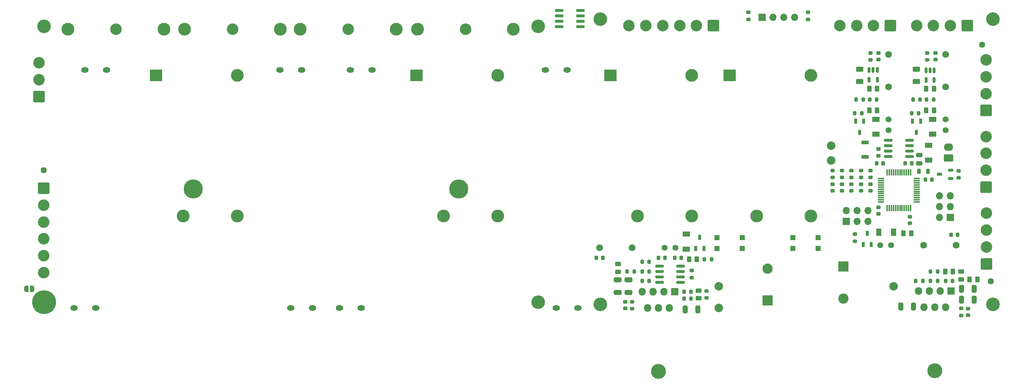
<source format=gbr>
%TF.GenerationSoftware,KiCad,Pcbnew,(6.0.0-0)*%
%TF.CreationDate,2022-01-15T16:46:19+01:00*%
%TF.ProjectId,Power-Supply-2,506f7765-722d-4537-9570-706c792d322e,1*%
%TF.SameCoordinates,Original*%
%TF.FileFunction,Soldermask,Top*%
%TF.FilePolarity,Negative*%
%FSLAX46Y46*%
G04 Gerber Fmt 4.6, Leading zero omitted, Abs format (unit mm)*
G04 Created by KiCad (PCBNEW (6.0.0-0)) date 2022-01-15 16:46:19*
%MOMM*%
%LPD*%
G01*
G04 APERTURE LIST*
G04 Aperture macros list*
%AMRoundRect*
0 Rectangle with rounded corners*
0 $1 Rounding radius*
0 $2 $3 $4 $5 $6 $7 $8 $9 X,Y pos of 4 corners*
0 Add a 4 corners polygon primitive as box body*
4,1,4,$2,$3,$4,$5,$6,$7,$8,$9,$2,$3,0*
0 Add four circle primitives for the rounded corners*
1,1,$1+$1,$2,$3*
1,1,$1+$1,$4,$5*
1,1,$1+$1,$6,$7*
1,1,$1+$1,$8,$9*
0 Add four rect primitives between the rounded corners*
20,1,$1+$1,$2,$3,$4,$5,0*
20,1,$1+$1,$4,$5,$6,$7,0*
20,1,$1+$1,$6,$7,$8,$9,0*
20,1,$1+$1,$8,$9,$2,$3,0*%
%AMFreePoly0*
4,1,22,0.500000,-0.750000,0.000000,-0.750000,0.000000,-0.745033,-0.079941,-0.743568,-0.215256,-0.701293,-0.333266,-0.622738,-0.424486,-0.514219,-0.481581,-0.384460,-0.499164,-0.250000,-0.500000,-0.250000,-0.500000,0.250000,-0.499164,0.250000,-0.499963,0.256109,-0.478152,0.396186,-0.417904,0.524511,-0.324060,0.630769,-0.204165,0.706417,-0.067858,0.745374,0.000000,0.744959,0.000000,0.750000,
0.500000,0.750000,0.500000,-0.750000,0.500000,-0.750000,$1*%
%AMFreePoly1*
4,1,20,0.000000,0.744959,0.073905,0.744508,0.209726,0.703889,0.328688,0.626782,0.421226,0.519385,0.479903,0.390333,0.500000,0.250000,0.500000,-0.250000,0.499851,-0.262216,0.476331,-0.402017,0.414519,-0.529596,0.319384,-0.634700,0.198574,-0.708877,0.061801,-0.746166,0.000000,-0.745033,0.000000,-0.750000,-0.500000,-0.750000,-0.500000,0.750000,0.000000,0.750000,0.000000,0.744959,
0.000000,0.744959,$1*%
G04 Aperture macros list end*
%ADD10RoundRect,0.200000X-0.200000X-0.275000X0.200000X-0.275000X0.200000X0.275000X-0.200000X0.275000X0*%
%ADD11RoundRect,0.200000X0.200000X0.275000X-0.200000X0.275000X-0.200000X-0.275000X0.200000X-0.275000X0*%
%ADD12RoundRect,0.200000X0.275000X-0.200000X0.275000X0.200000X-0.275000X0.200000X-0.275000X-0.200000X0*%
%ADD13RoundRect,0.225000X-0.250000X0.225000X-0.250000X-0.225000X0.250000X-0.225000X0.250000X0.225000X0*%
%ADD14RoundRect,0.225000X0.250000X-0.225000X0.250000X0.225000X-0.250000X0.225000X-0.250000X-0.225000X0*%
%ADD15RoundRect,0.200000X-0.275000X0.200000X-0.275000X-0.200000X0.275000X-0.200000X0.275000X0.200000X0*%
%ADD16RoundRect,0.225000X-0.225000X-0.250000X0.225000X-0.250000X0.225000X0.250000X-0.225000X0.250000X0*%
%ADD17RoundRect,0.225000X0.225000X0.250000X-0.225000X0.250000X-0.225000X-0.250000X0.225000X-0.250000X0*%
%ADD18RoundRect,0.218750X0.256250X-0.218750X0.256250X0.218750X-0.256250X0.218750X-0.256250X-0.218750X0*%
%ADD19RoundRect,0.250000X-0.650000X0.325000X-0.650000X-0.325000X0.650000X-0.325000X0.650000X0.325000X0*%
%ADD20RoundRect,0.250000X-0.450000X0.262500X-0.450000X-0.262500X0.450000X-0.262500X0.450000X0.262500X0*%
%ADD21RoundRect,0.250000X-0.262500X-0.450000X0.262500X-0.450000X0.262500X0.450000X-0.262500X0.450000X0*%
%ADD22O,3.500000X3.500000*%
%ADD23R,1.800000X1.800000*%
%ADD24O,1.800000X1.800000*%
%ADD25RoundRect,0.075000X-0.075000X0.662500X-0.075000X-0.662500X0.075000X-0.662500X0.075000X0.662500X0*%
%ADD26RoundRect,0.075000X-0.662500X0.075000X-0.662500X-0.075000X0.662500X-0.075000X0.662500X0.075000X0*%
%ADD27C,3.200000*%
%ADD28RoundRect,0.250000X-0.325000X-0.650000X0.325000X-0.650000X0.325000X0.650000X-0.325000X0.650000X0*%
%ADD29RoundRect,0.250001X1.099999X1.099999X-1.099999X1.099999X-1.099999X-1.099999X1.099999X-1.099999X0*%
%ADD30C,2.700000*%
%ADD31RoundRect,0.250001X1.099999X-1.099999X1.099999X1.099999X-1.099999X1.099999X-1.099999X-1.099999X0*%
%ADD32C,2.000000*%
%ADD33FreePoly0,0.000000*%
%ADD34FreePoly1,0.000000*%
%ADD35RoundRect,0.250000X0.325000X0.650000X-0.325000X0.650000X-0.325000X-0.650000X0.325000X-0.650000X0*%
%ADD36R,1.700000X1.300000*%
%ADD37R,1.300000X1.700000*%
%ADD38C,1.448000*%
%ADD39RoundRect,0.250001X-1.099999X1.099999X-1.099999X-1.099999X1.099999X-1.099999X1.099999X1.099999X0*%
%ADD40C,1.600000*%
%ADD41C,1.400000*%
%ADD42RoundRect,0.250000X0.262500X0.450000X-0.262500X0.450000X-0.262500X-0.450000X0.262500X-0.450000X0*%
%ADD43R,3.000000X2.800000*%
%ADD44C,3.000000*%
%ADD45RoundRect,0.150000X-0.825000X-0.150000X0.825000X-0.150000X0.825000X0.150000X-0.825000X0.150000X0*%
%ADD46R,2.400000X2.400000*%
%ADD47C,2.400000*%
%ADD48R,0.650000X1.220000*%
%ADD49R,1.700000X1.700000*%
%ADD50O,1.700000X1.700000*%
%ADD51R,1.200000X1.200000*%
%ADD52C,4.500000*%
%ADD53O,1.800000X1.300000*%
%ADD54RoundRect,0.150000X-0.150000X0.512500X-0.150000X-0.512500X0.150000X-0.512500X0.150000X0.512500X0*%
%ADD55R,1.220000X0.650000*%
%ADD56RoundRect,0.250000X0.475000X-0.250000X0.475000X0.250000X-0.475000X0.250000X-0.475000X-0.250000X0*%
%ADD57R,1.700000X0.900000*%
%ADD58C,5.600000*%
%ADD59RoundRect,0.250000X0.625000X-0.312500X0.625000X0.312500X-0.625000X0.312500X-0.625000X-0.312500X0*%
%ADD60RoundRect,0.150000X0.825000X0.150000X-0.825000X0.150000X-0.825000X-0.150000X0.825000X-0.150000X0*%
%ADD61RoundRect,0.250000X0.845000X-0.620000X0.845000X0.620000X-0.845000X0.620000X-0.845000X-0.620000X0*%
%ADD62O,2.190000X1.740000*%
%ADD63RoundRect,0.218750X-0.218750X-0.381250X0.218750X-0.381250X0.218750X0.381250X-0.218750X0.381250X0*%
G04 APERTURE END LIST*
D10*
%TO.C,R45*%
X173622500Y-132067500D03*
X175272500Y-132067500D03*
%TD*%
D11*
%TO.C,R35*%
X228612500Y-88570000D03*
X226962500Y-88570000D03*
%TD*%
%TO.C,R24*%
X215595000Y-85395000D03*
X213945000Y-85395000D03*
%TD*%
%TO.C,R40*%
X215277500Y-88570000D03*
X213627500Y-88570000D03*
%TD*%
%TO.C,R33*%
X228930000Y-85395000D03*
X227280000Y-85395000D03*
%TD*%
%TO.C,R32*%
X232105000Y-85395000D03*
X230455000Y-85395000D03*
%TD*%
D12*
%TO.C,R30*%
X230645000Y-76060000D03*
X230645000Y-74410000D03*
%TD*%
D11*
%TO.C,R21*%
X218770000Y-85395000D03*
X217120000Y-85395000D03*
%TD*%
D12*
%TO.C,R19*%
X217310000Y-76060000D03*
X217310000Y-74410000D03*
%TD*%
D13*
%TO.C,C29*%
X219215000Y-97002500D03*
X219215000Y-98552500D03*
%TD*%
D14*
%TO.C,C28*%
X232550000Y-76010000D03*
X232550000Y-74460000D03*
%TD*%
%TO.C,C11*%
X219215000Y-76010000D03*
X219215000Y-74460000D03*
%TD*%
%TO.C,C8*%
X159842500Y-134430000D03*
X159842500Y-132880000D03*
%TD*%
D15*
%TO.C,R28*%
X175400000Y-125527500D03*
X175400000Y-127177500D03*
%TD*%
D10*
%TO.C,R27*%
X163780000Y-123495000D03*
X165430000Y-123495000D03*
%TD*%
%TO.C,R25*%
X163780000Y-125717500D03*
X165430000Y-125717500D03*
%TD*%
%TO.C,R23*%
X178385000Y-122860000D03*
X180035000Y-122860000D03*
%TD*%
%TO.C,R18*%
X163780000Y-127940000D03*
X165430000Y-127940000D03*
%TD*%
D12*
%TO.C,R17*%
X161430000Y-132830000D03*
X161430000Y-134480000D03*
%TD*%
D10*
%TO.C,R12*%
X160287500Y-125717500D03*
X161937500Y-125717500D03*
%TD*%
D12*
%TO.C,R10*%
X178892500Y-131940000D03*
X178892500Y-130290000D03*
%TD*%
D11*
%TO.C,R8*%
X175272500Y-130480000D03*
X173622500Y-130480000D03*
%TD*%
D16*
%TO.C,C22*%
X167640000Y-122542500D03*
X169190000Y-122542500D03*
%TD*%
%TO.C,C21*%
X171450000Y-122542500D03*
X173000000Y-122542500D03*
%TD*%
D17*
%TO.C,C20*%
X154585000Y-122542500D03*
X153035000Y-122542500D03*
%TD*%
D12*
%TO.C,R16*%
X213692500Y-118605000D03*
X213692500Y-116955000D03*
%TD*%
D11*
%TO.C,R11*%
X233057500Y-125717500D03*
X231407500Y-125717500D03*
%TD*%
%TO.C,R6*%
X233057500Y-127940000D03*
X231407500Y-127940000D03*
%TD*%
D12*
%TO.C,R4*%
X238582500Y-136067500D03*
X238582500Y-134417500D03*
%TD*%
D10*
%TO.C,R3*%
X227915000Y-127940000D03*
X229565000Y-127940000D03*
%TD*%
D11*
%TO.C,R2*%
X236550000Y-127940000D03*
X234900000Y-127940000D03*
%TD*%
D16*
%TO.C,C19*%
X236220000Y-117145000D03*
X237770000Y-117145000D03*
%TD*%
D14*
%TO.C,C4*%
X240170000Y-136017500D03*
X240170000Y-134467500D03*
%TD*%
D15*
%TO.C,R38*%
X237947500Y-102110000D03*
X237947500Y-103760000D03*
%TD*%
%TO.C,R44*%
X215087500Y-102032500D03*
X215087500Y-103682500D03*
%TD*%
%TO.C,R43*%
X217310000Y-102032500D03*
X217310000Y-103682500D03*
%TD*%
%TO.C,R42*%
X212865000Y-102032500D03*
X212865000Y-103682500D03*
%TD*%
%TO.C,R41*%
X210642500Y-102032500D03*
X210642500Y-103682500D03*
%TD*%
%TO.C,R39*%
X188735000Y-64885000D03*
X188735000Y-66535000D03*
%TD*%
%TO.C,R36*%
X202705000Y-64885000D03*
X202705000Y-66535000D03*
%TD*%
%TO.C,R14*%
X208420000Y-102032500D03*
X208420000Y-103682500D03*
%TD*%
D18*
%TO.C,D11*%
X215087500Y-106820000D03*
X215087500Y-105245000D03*
%TD*%
%TO.C,D10*%
X217310000Y-106820000D03*
X217310000Y-105245000D03*
%TD*%
%TO.C,D9*%
X212865000Y-106820000D03*
X212865000Y-105245000D03*
%TD*%
%TO.C,D8*%
X210642500Y-106820000D03*
X210642500Y-105245000D03*
%TD*%
%TO.C,D7*%
X208420000Y-106820000D03*
X208420000Y-105245000D03*
%TD*%
D19*
%TO.C,C6*%
X158090000Y-127735000D03*
X158090000Y-130685000D03*
%TD*%
D20*
%TO.C,R1*%
X238582500Y-125757500D03*
X238582500Y-127582500D03*
%TD*%
D21*
%TO.C,R5*%
X240527500Y-127622500D03*
X242352500Y-127622500D03*
%TD*%
D22*
%TO.C,U1*%
X232385000Y-149040000D03*
D23*
X236195000Y-130340000D03*
D24*
X234925000Y-134140000D03*
X233655000Y-130340000D03*
X232385000Y-134140000D03*
X231115000Y-130340000D03*
X229845000Y-134140000D03*
X228575000Y-130340000D03*
%TD*%
D25*
%TO.C,U2*%
X226727500Y-102505000D03*
X226227500Y-102505000D03*
X225727500Y-102505000D03*
X225227500Y-102505000D03*
X224727500Y-102505000D03*
X224227500Y-102505000D03*
X223727500Y-102505000D03*
X223227500Y-102505000D03*
X222727500Y-102505000D03*
X222227500Y-102505000D03*
X221727500Y-102505000D03*
X221227500Y-102505000D03*
D26*
X219815000Y-103917500D03*
X219815000Y-104417500D03*
X219815000Y-104917500D03*
X219815000Y-105417500D03*
X219815000Y-105917500D03*
X219815000Y-106417500D03*
X219815000Y-106917500D03*
X219815000Y-107417500D03*
X219815000Y-107917500D03*
X219815000Y-108417500D03*
X219815000Y-108917500D03*
X219815000Y-109417500D03*
D25*
X221227500Y-110830000D03*
X221727500Y-110830000D03*
X222227500Y-110830000D03*
X222727500Y-110830000D03*
X223227500Y-110830000D03*
X223727500Y-110830000D03*
X224227500Y-110830000D03*
X224727500Y-110830000D03*
X225227500Y-110830000D03*
X225727500Y-110830000D03*
X226227500Y-110830000D03*
X226727500Y-110830000D03*
D26*
X228140000Y-109417500D03*
X228140000Y-108917500D03*
X228140000Y-108417500D03*
X228140000Y-107917500D03*
X228140000Y-107417500D03*
X228140000Y-106917500D03*
X228140000Y-106417500D03*
X228140000Y-105917500D03*
X228140000Y-105417500D03*
X228140000Y-104917500D03*
X228140000Y-104417500D03*
X228140000Y-103917500D03*
%TD*%
D22*
%TO.C,U3*%
X167615000Y-149180000D03*
D23*
X171425000Y-130480000D03*
D24*
X170155000Y-134280000D03*
X168885000Y-130480000D03*
X167615000Y-134280000D03*
X166345000Y-130480000D03*
X165075000Y-134280000D03*
X163805000Y-130480000D03*
%TD*%
D27*
%TO.C,H3*%
X154000000Y-66500000D03*
%TD*%
%TO.C,H4*%
X246000000Y-66500000D03*
%TD*%
%TO.C,H5*%
X246000000Y-133500000D03*
%TD*%
D28*
%TO.C,C1*%
X238695000Y-129845000D03*
X241645000Y-129845000D03*
%TD*%
D29*
%TO.C,J9*%
X222000000Y-68000000D03*
D30*
X218040000Y-68000000D03*
X214080000Y-68000000D03*
X210120000Y-68000000D03*
%TD*%
D29*
%TO.C,J8*%
X240000000Y-68000000D03*
D30*
X236040000Y-68000000D03*
X232080000Y-68000000D03*
X228120000Y-68000000D03*
%TD*%
D31*
%TO.C,J7*%
X244450000Y-87940000D03*
D30*
X244450000Y-83980000D03*
X244450000Y-80020000D03*
X244450000Y-76060000D03*
%TD*%
D20*
%TO.C,R7*%
X158128000Y-123979500D03*
X158128000Y-125804500D03*
%TD*%
D32*
%TO.C,TP4*%
X181750000Y-134290000D03*
%TD*%
D27*
%TO.C,H6*%
X154000000Y-133500000D03*
%TD*%
D31*
%TO.C,J10*%
X244500000Y-123940000D03*
D30*
X244500000Y-119980000D03*
X244500000Y-116020000D03*
X244500000Y-112060000D03*
%TD*%
D33*
%TO.C,JP1*%
X19492500Y-129845000D03*
D34*
X20792500Y-129845000D03*
%TD*%
D35*
%TO.C,C7*%
X176875000Y-134607500D03*
X173925000Y-134607500D03*
%TD*%
D32*
%TO.C,TP1*%
X222707500Y-129210000D03*
%TD*%
D28*
%TO.C,C3*%
X224407500Y-133972500D03*
X227357500Y-133972500D03*
%TD*%
D36*
%TO.C,D2*%
X174130000Y-120482500D03*
X174130000Y-116982500D03*
%TD*%
%TO.C,D3*%
X231915000Y-89995000D03*
X231915000Y-93495000D03*
%TD*%
D28*
%TO.C,C2*%
X238695000Y-132385000D03*
X241645000Y-132385000D03*
%TD*%
D37*
%TO.C,D1*%
X222745000Y-116510000D03*
X219245000Y-116510000D03*
%TD*%
D19*
%TO.C,C5*%
X160630000Y-127735000D03*
X160630000Y-130685000D03*
%TD*%
D38*
%TO.C,H9*%
X243500000Y-72500000D03*
%TD*%
%TO.C,H10*%
X23500000Y-102000000D03*
%TD*%
%TO.C,H11*%
X245500000Y-128000000D03*
%TD*%
D29*
%TO.C,J12*%
X180500000Y-68000000D03*
D30*
X176540000Y-68000000D03*
X172580000Y-68000000D03*
X168620000Y-68000000D03*
X164660000Y-68000000D03*
X160700000Y-68000000D03*
%TD*%
D32*
%TO.C,TP5*%
X181750000Y-129210000D03*
%TD*%
D39*
%TO.C,J11*%
X23500000Y-106197500D03*
D30*
X23500000Y-110157500D03*
X23500000Y-114117500D03*
X23500000Y-118077500D03*
X23500000Y-122037500D03*
X23500000Y-125997500D03*
%TD*%
D31*
%TO.C,J6*%
X244450000Y-105940000D03*
D30*
X244450000Y-101980000D03*
X244450000Y-98020000D03*
X244450000Y-94060000D03*
%TD*%
D40*
%TO.C,K3*%
X234907914Y-74815000D03*
X234907914Y-82435000D03*
D41*
X234907914Y-92595000D03*
X234907914Y-90055000D03*
%TD*%
D42*
%TO.C,R31*%
X232192500Y-82855000D03*
X230367500Y-82855000D03*
%TD*%
D43*
%TO.C,PS4*%
X184290000Y-79680000D03*
D44*
X203340000Y-79680000D03*
X203340000Y-112700000D03*
X190640000Y-112700000D03*
%TD*%
D45*
%TO.C,U6*%
X144350000Y-64440000D03*
X144350000Y-65710000D03*
X144350000Y-66980000D03*
X144350000Y-68250000D03*
X149300000Y-68250000D03*
X149300000Y-66980000D03*
X149300000Y-65710000D03*
X149300000Y-64440000D03*
%TD*%
D27*
%TO.C,H1*%
X23600000Y-68200000D03*
%TD*%
D36*
%TO.C,D4*%
X218580000Y-89995000D03*
X218580000Y-93495000D03*
%TD*%
D30*
%TO.C,F3*%
X94892500Y-68885000D03*
D44*
X83642500Y-68885000D03*
X106142500Y-68885000D03*
%TD*%
D36*
%TO.C,D12*%
X230962500Y-99605000D03*
X230962500Y-96105000D03*
%TD*%
D46*
%TO.C,C9*%
X210960000Y-124587755D03*
D47*
X210960000Y-132087755D03*
%TD*%
D43*
%TO.C,PS3*%
X156350000Y-79680000D03*
D44*
X175400000Y-79680000D03*
X175400000Y-112700000D03*
X162700000Y-112700000D03*
%TD*%
D48*
%TO.C,Q2*%
X176355000Y-120360000D03*
X178255000Y-120360000D03*
X177305000Y-117740000D03*
%TD*%
D49*
%TO.C,J4*%
X191910000Y-66027500D03*
D50*
X194450000Y-66027500D03*
X196990000Y-66027500D03*
X199530000Y-66027500D03*
%TD*%
D16*
%TO.C,C30*%
X218757500Y-100317500D03*
X220307500Y-100317500D03*
%TD*%
D51*
%TO.C,D6*%
X187240000Y-120300000D03*
X181340000Y-120300000D03*
X181340000Y-117800000D03*
X187240000Y-117800000D03*
%TD*%
D14*
%TO.C,C31*%
X219215000Y-112205000D03*
X219215000Y-110655000D03*
%TD*%
D42*
%TO.C,R9*%
X236637500Y-125717500D03*
X234812500Y-125717500D03*
%TD*%
D40*
%TO.C,K1*%
X237415000Y-119547914D03*
X229795000Y-119547914D03*
D41*
X219635000Y-119547914D03*
X222175000Y-119547914D03*
%TD*%
D40*
%TO.C,K4*%
X221572914Y-74815000D03*
X221572914Y-82435000D03*
D41*
X221572914Y-92595000D03*
X221572914Y-90055000D03*
%TD*%
D52*
%TO.C,T2*%
X120790000Y-106350000D03*
D53*
X146190000Y-78410000D03*
X141110000Y-78410000D03*
X100470000Y-78410000D03*
X95390000Y-78410000D03*
X148730000Y-134290000D03*
X143650000Y-134290000D03*
X97930000Y-134290000D03*
X92850000Y-134290000D03*
%TD*%
D49*
%TO.C,J3*%
X211610000Y-113975000D03*
D50*
X211610000Y-111435000D03*
X214150000Y-113975000D03*
X214150000Y-111435000D03*
X216690000Y-113975000D03*
X216690000Y-111435000D03*
%TD*%
D51*
%TO.C,D5*%
X205020000Y-120300000D03*
X199120000Y-120300000D03*
X199120000Y-117800000D03*
X205020000Y-117800000D03*
%TD*%
D31*
%TO.C,J5*%
X22450000Y-84687500D03*
D30*
X22450000Y-80727500D03*
X22450000Y-76767500D03*
%TD*%
%TO.C,F4*%
X122377500Y-68885000D03*
D44*
X111127500Y-68885000D03*
X133627500Y-68885000D03*
%TD*%
D17*
%TO.C,C33*%
X226975000Y-100317500D03*
X225425000Y-100317500D03*
%TD*%
D42*
%TO.C,R34*%
X232192500Y-87935000D03*
X230367500Y-87935000D03*
%TD*%
D54*
%TO.C,U9*%
X232230000Y-78542500D03*
X231280000Y-78542500D03*
X230330000Y-78542500D03*
X230330000Y-80817500D03*
X232230000Y-80817500D03*
%TD*%
D55*
%TO.C,Q4*%
X236082500Y-103885000D03*
X236082500Y-101985000D03*
X233462500Y-102935000D03*
%TD*%
D56*
%TO.C,C34*%
X228740000Y-100315000D03*
X228740000Y-98415000D03*
%TD*%
D49*
%TO.C,J1*%
X236042500Y-113017500D03*
D50*
X233502500Y-113017500D03*
X236042500Y-110477500D03*
X233502500Y-110477500D03*
X236042500Y-107937500D03*
X233502500Y-107937500D03*
%TD*%
D52*
%TO.C,T1*%
X58560000Y-106350000D03*
D53*
X83960000Y-78410000D03*
X78880000Y-78410000D03*
X38240000Y-78410000D03*
X33160000Y-78410000D03*
X86500000Y-134290000D03*
X81420000Y-134290000D03*
X35700000Y-134290000D03*
X30620000Y-134290000D03*
%TD*%
D30*
%TO.C,F2*%
X67767500Y-68885000D03*
D44*
X56517500Y-68885000D03*
X79017500Y-68885000D03*
%TD*%
D21*
%TO.C,R15*%
X225035500Y-116764000D03*
X226860500Y-116764000D03*
%TD*%
D42*
%TO.C,R20*%
X218857500Y-82855000D03*
X217032500Y-82855000D03*
%TD*%
D45*
%TO.C,U7*%
X167845000Y-124447500D03*
X167845000Y-125717500D03*
X167845000Y-126987500D03*
X167845000Y-128257500D03*
X172795000Y-128257500D03*
X172795000Y-126987500D03*
X172795000Y-125717500D03*
X172795000Y-124447500D03*
%TD*%
D14*
%TO.C,C32*%
X226517500Y-114427500D03*
X226517500Y-112877500D03*
%TD*%
D27*
%TO.C,H2*%
X139400000Y-68200000D03*
%TD*%
D42*
%TO.C,R37*%
X218857500Y-87935000D03*
X217032500Y-87935000D03*
%TD*%
D57*
%TO.C,SW1*%
X216040000Y-95442500D03*
X216040000Y-98842500D03*
%TD*%
D40*
%TO.C,K2*%
X153810000Y-120184586D03*
X161430000Y-120184586D03*
D41*
X171590000Y-120184586D03*
X169050000Y-120184586D03*
%TD*%
D43*
%TO.C,PS2*%
X110860000Y-79680000D03*
D44*
X129910000Y-79680000D03*
X129910000Y-112700000D03*
X117210000Y-112700000D03*
%TD*%
D58*
%TO.C,H8*%
X23600000Y-132950000D03*
%TD*%
D48*
%TO.C,Q5*%
X215720000Y-90435000D03*
X213820000Y-90435000D03*
X214770000Y-93055000D03*
%TD*%
D54*
%TO.C,U5*%
X218895000Y-78410000D03*
X217945000Y-78410000D03*
X216995000Y-78410000D03*
X216995000Y-80685000D03*
X218895000Y-80685000D03*
%TD*%
D48*
%TO.C,Q3*%
X229055000Y-90435000D03*
X227155000Y-90435000D03*
X228105000Y-93055000D03*
%TD*%
D59*
%TO.C,R29*%
X228105000Y-81142500D03*
X228105000Y-78217500D03*
%TD*%
D17*
%TO.C,C12*%
X231737500Y-104127500D03*
X230187500Y-104127500D03*
%TD*%
D60*
%TO.C,U10*%
X226452500Y-98730000D03*
X226452500Y-97460000D03*
X226452500Y-96190000D03*
X226452500Y-94920000D03*
X221502500Y-94920000D03*
X221502500Y-96190000D03*
X221502500Y-97460000D03*
X221502500Y-98730000D03*
%TD*%
D27*
%TO.C,H7*%
X139400000Y-132950000D03*
%TD*%
D61*
%TO.C,J2*%
X235647500Y-99125000D03*
D62*
X235647500Y-96585000D03*
%TD*%
D21*
%TO.C,R22*%
X174805000Y-122860000D03*
X176630000Y-122860000D03*
%TD*%
D32*
%TO.C,TP7*%
X208102500Y-96190000D03*
%TD*%
D59*
%TO.C,R13*%
X214770000Y-81142500D03*
X214770000Y-78217500D03*
%TD*%
D32*
%TO.C,TP3*%
X208102500Y-99682500D03*
%TD*%
D46*
%TO.C,C10*%
X193180000Y-132562246D03*
D47*
X193180000Y-125062246D03*
%TD*%
D43*
%TO.C,PS1*%
X49860000Y-79680000D03*
D44*
X68910000Y-79680000D03*
X68910000Y-112700000D03*
X56210000Y-112700000D03*
%TD*%
D48*
%TO.C,Q1*%
X215600000Y-119407500D03*
X217500000Y-119407500D03*
X216550000Y-116787500D03*
%TD*%
D30*
%TO.C,F1*%
X40462500Y-68885000D03*
D44*
X29212500Y-68885000D03*
X51712500Y-68885000D03*
%TD*%
D63*
%TO.C,L5*%
X228630000Y-102222500D03*
X230755000Y-102222500D03*
%TD*%
D20*
%TO.C,R26*%
X176987500Y-130202500D03*
X176987500Y-132027500D03*
%TD*%
M02*

</source>
